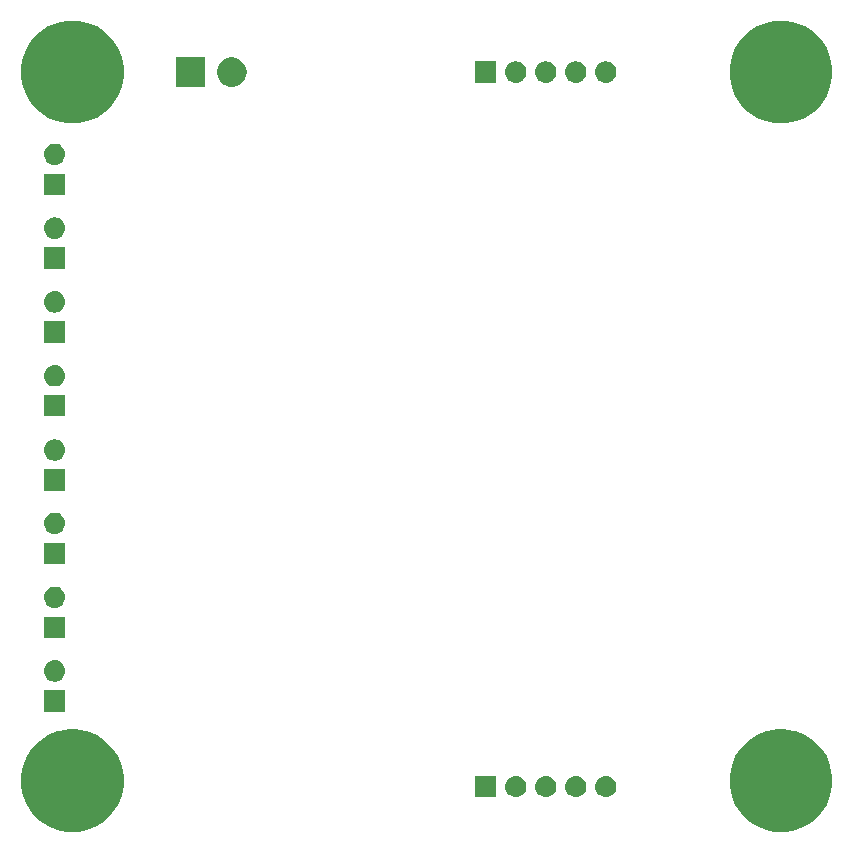
<source format=gbr>
G04 #@! TF.GenerationSoftware,KiCad,Pcbnew,(5.1.4-0-10_14)*
G04 #@! TF.CreationDate,2020-11-17T21:22:23+01:00*
G04 #@! TF.ProjectId,output_driver,6f757470-7574-45f6-9472-697665722e6b,rev?*
G04 #@! TF.SameCoordinates,Original*
G04 #@! TF.FileFunction,Soldermask,Bot*
G04 #@! TF.FilePolarity,Negative*
%FSLAX46Y46*%
G04 Gerber Fmt 4.6, Leading zero omitted, Abs format (unit mm)*
G04 Created by KiCad (PCBNEW (5.1.4-0-10_14)) date 2020-11-17 21:22:23*
%MOMM*%
%LPD*%
G04 APERTURE LIST*
%ADD10C,0.100000*%
G04 APERTURE END LIST*
D10*
G36*
X120548156Y-110672794D02*
G01*
X121269140Y-110816206D01*
X122060972Y-111144193D01*
X122773601Y-111620357D01*
X123379643Y-112226399D01*
X123855807Y-112939028D01*
X124183794Y-113730860D01*
X124351000Y-114571464D01*
X124351000Y-115428536D01*
X124183794Y-116269140D01*
X123855807Y-117060972D01*
X123379643Y-117773601D01*
X122773601Y-118379643D01*
X122060972Y-118855807D01*
X121269140Y-119183794D01*
X120548156Y-119327206D01*
X120428537Y-119351000D01*
X119571463Y-119351000D01*
X119451844Y-119327206D01*
X118730860Y-119183794D01*
X117939028Y-118855807D01*
X117226399Y-118379643D01*
X116620357Y-117773601D01*
X116144193Y-117060972D01*
X115816206Y-116269140D01*
X115649000Y-115428536D01*
X115649000Y-114571464D01*
X115816206Y-113730860D01*
X116144193Y-112939028D01*
X116620357Y-112226399D01*
X117226399Y-111620357D01*
X117939028Y-111144193D01*
X118730860Y-110816206D01*
X119451844Y-110672794D01*
X119571463Y-110649000D01*
X120428537Y-110649000D01*
X120548156Y-110672794D01*
X120548156Y-110672794D01*
G37*
G36*
X60548156Y-110672794D02*
G01*
X61269140Y-110816206D01*
X62060972Y-111144193D01*
X62773601Y-111620357D01*
X63379643Y-112226399D01*
X63855807Y-112939028D01*
X64183794Y-113730860D01*
X64351000Y-114571464D01*
X64351000Y-115428536D01*
X64183794Y-116269140D01*
X63855807Y-117060972D01*
X63379643Y-117773601D01*
X62773601Y-118379643D01*
X62060972Y-118855807D01*
X61269140Y-119183794D01*
X60548156Y-119327206D01*
X60428537Y-119351000D01*
X59571463Y-119351000D01*
X59451844Y-119327206D01*
X58730860Y-119183794D01*
X57939028Y-118855807D01*
X57226399Y-118379643D01*
X56620357Y-117773601D01*
X56144193Y-117060972D01*
X55816206Y-116269140D01*
X55649000Y-115428536D01*
X55649000Y-114571464D01*
X55816206Y-113730860D01*
X56144193Y-112939028D01*
X56620357Y-112226399D01*
X57226399Y-111620357D01*
X57939028Y-111144193D01*
X58730860Y-110816206D01*
X59451844Y-110672794D01*
X59571463Y-110649000D01*
X60428537Y-110649000D01*
X60548156Y-110672794D01*
X60548156Y-110672794D01*
G37*
G36*
X105270443Y-114605519D02*
G01*
X105336627Y-114612037D01*
X105506466Y-114663557D01*
X105662991Y-114747222D01*
X105681836Y-114762688D01*
X105800186Y-114859814D01*
X105874737Y-114950656D01*
X105912778Y-114997009D01*
X105996443Y-115153534D01*
X106047963Y-115323373D01*
X106065359Y-115500000D01*
X106047963Y-115676627D01*
X105996443Y-115846466D01*
X105912778Y-116002991D01*
X105883448Y-116038729D01*
X105800186Y-116140186D01*
X105698729Y-116223448D01*
X105662991Y-116252778D01*
X105506466Y-116336443D01*
X105336627Y-116387963D01*
X105270443Y-116394481D01*
X105204260Y-116401000D01*
X105115740Y-116401000D01*
X105049557Y-116394481D01*
X104983373Y-116387963D01*
X104813534Y-116336443D01*
X104657009Y-116252778D01*
X104621271Y-116223448D01*
X104519814Y-116140186D01*
X104436552Y-116038729D01*
X104407222Y-116002991D01*
X104323557Y-115846466D01*
X104272037Y-115676627D01*
X104254641Y-115500000D01*
X104272037Y-115323373D01*
X104323557Y-115153534D01*
X104407222Y-114997009D01*
X104445263Y-114950656D01*
X104519814Y-114859814D01*
X104638164Y-114762688D01*
X104657009Y-114747222D01*
X104813534Y-114663557D01*
X104983373Y-114612037D01*
X105049557Y-114605519D01*
X105115740Y-114599000D01*
X105204260Y-114599000D01*
X105270443Y-114605519D01*
X105270443Y-114605519D01*
G37*
G36*
X102730443Y-114605519D02*
G01*
X102796627Y-114612037D01*
X102966466Y-114663557D01*
X103122991Y-114747222D01*
X103141836Y-114762688D01*
X103260186Y-114859814D01*
X103334737Y-114950656D01*
X103372778Y-114997009D01*
X103456443Y-115153534D01*
X103507963Y-115323373D01*
X103525359Y-115500000D01*
X103507963Y-115676627D01*
X103456443Y-115846466D01*
X103372778Y-116002991D01*
X103343448Y-116038729D01*
X103260186Y-116140186D01*
X103158729Y-116223448D01*
X103122991Y-116252778D01*
X102966466Y-116336443D01*
X102796627Y-116387963D01*
X102730443Y-116394481D01*
X102664260Y-116401000D01*
X102575740Y-116401000D01*
X102509557Y-116394481D01*
X102443373Y-116387963D01*
X102273534Y-116336443D01*
X102117009Y-116252778D01*
X102081271Y-116223448D01*
X101979814Y-116140186D01*
X101896552Y-116038729D01*
X101867222Y-116002991D01*
X101783557Y-115846466D01*
X101732037Y-115676627D01*
X101714641Y-115500000D01*
X101732037Y-115323373D01*
X101783557Y-115153534D01*
X101867222Y-114997009D01*
X101905263Y-114950656D01*
X101979814Y-114859814D01*
X102098164Y-114762688D01*
X102117009Y-114747222D01*
X102273534Y-114663557D01*
X102443373Y-114612037D01*
X102509557Y-114605519D01*
X102575740Y-114599000D01*
X102664260Y-114599000D01*
X102730443Y-114605519D01*
X102730443Y-114605519D01*
G37*
G36*
X100190443Y-114605519D02*
G01*
X100256627Y-114612037D01*
X100426466Y-114663557D01*
X100582991Y-114747222D01*
X100601836Y-114762688D01*
X100720186Y-114859814D01*
X100794737Y-114950656D01*
X100832778Y-114997009D01*
X100916443Y-115153534D01*
X100967963Y-115323373D01*
X100985359Y-115500000D01*
X100967963Y-115676627D01*
X100916443Y-115846466D01*
X100832778Y-116002991D01*
X100803448Y-116038729D01*
X100720186Y-116140186D01*
X100618729Y-116223448D01*
X100582991Y-116252778D01*
X100426466Y-116336443D01*
X100256627Y-116387963D01*
X100190443Y-116394481D01*
X100124260Y-116401000D01*
X100035740Y-116401000D01*
X99969557Y-116394481D01*
X99903373Y-116387963D01*
X99733534Y-116336443D01*
X99577009Y-116252778D01*
X99541271Y-116223448D01*
X99439814Y-116140186D01*
X99356552Y-116038729D01*
X99327222Y-116002991D01*
X99243557Y-115846466D01*
X99192037Y-115676627D01*
X99174641Y-115500000D01*
X99192037Y-115323373D01*
X99243557Y-115153534D01*
X99327222Y-114997009D01*
X99365263Y-114950656D01*
X99439814Y-114859814D01*
X99558164Y-114762688D01*
X99577009Y-114747222D01*
X99733534Y-114663557D01*
X99903373Y-114612037D01*
X99969557Y-114605519D01*
X100035740Y-114599000D01*
X100124260Y-114599000D01*
X100190443Y-114605519D01*
X100190443Y-114605519D01*
G37*
G36*
X97650443Y-114605519D02*
G01*
X97716627Y-114612037D01*
X97886466Y-114663557D01*
X98042991Y-114747222D01*
X98061836Y-114762688D01*
X98180186Y-114859814D01*
X98254737Y-114950656D01*
X98292778Y-114997009D01*
X98376443Y-115153534D01*
X98427963Y-115323373D01*
X98445359Y-115500000D01*
X98427963Y-115676627D01*
X98376443Y-115846466D01*
X98292778Y-116002991D01*
X98263448Y-116038729D01*
X98180186Y-116140186D01*
X98078729Y-116223448D01*
X98042991Y-116252778D01*
X97886466Y-116336443D01*
X97716627Y-116387963D01*
X97650443Y-116394481D01*
X97584260Y-116401000D01*
X97495740Y-116401000D01*
X97429557Y-116394481D01*
X97363373Y-116387963D01*
X97193534Y-116336443D01*
X97037009Y-116252778D01*
X97001271Y-116223448D01*
X96899814Y-116140186D01*
X96816552Y-116038729D01*
X96787222Y-116002991D01*
X96703557Y-115846466D01*
X96652037Y-115676627D01*
X96634641Y-115500000D01*
X96652037Y-115323373D01*
X96703557Y-115153534D01*
X96787222Y-114997009D01*
X96825263Y-114950656D01*
X96899814Y-114859814D01*
X97018164Y-114762688D01*
X97037009Y-114747222D01*
X97193534Y-114663557D01*
X97363373Y-114612037D01*
X97429557Y-114605519D01*
X97495740Y-114599000D01*
X97584260Y-114599000D01*
X97650443Y-114605519D01*
X97650443Y-114605519D01*
G37*
G36*
X95901000Y-116401000D02*
G01*
X94099000Y-116401000D01*
X94099000Y-114599000D01*
X95901000Y-114599000D01*
X95901000Y-116401000D01*
X95901000Y-116401000D01*
G37*
G36*
X59401000Y-109151000D02*
G01*
X57599000Y-109151000D01*
X57599000Y-107349000D01*
X59401000Y-107349000D01*
X59401000Y-109151000D01*
X59401000Y-109151000D01*
G37*
G36*
X58610442Y-104815518D02*
G01*
X58676627Y-104822037D01*
X58846466Y-104873557D01*
X59002991Y-104957222D01*
X59038729Y-104986552D01*
X59140186Y-105069814D01*
X59223448Y-105171271D01*
X59252778Y-105207009D01*
X59336443Y-105363534D01*
X59387963Y-105533373D01*
X59405359Y-105710000D01*
X59387963Y-105886627D01*
X59336443Y-106056466D01*
X59252778Y-106212991D01*
X59223448Y-106248729D01*
X59140186Y-106350186D01*
X59038729Y-106433448D01*
X59002991Y-106462778D01*
X58846466Y-106546443D01*
X58676627Y-106597963D01*
X58610442Y-106604482D01*
X58544260Y-106611000D01*
X58455740Y-106611000D01*
X58389558Y-106604482D01*
X58323373Y-106597963D01*
X58153534Y-106546443D01*
X57997009Y-106462778D01*
X57961271Y-106433448D01*
X57859814Y-106350186D01*
X57776552Y-106248729D01*
X57747222Y-106212991D01*
X57663557Y-106056466D01*
X57612037Y-105886627D01*
X57594641Y-105710000D01*
X57612037Y-105533373D01*
X57663557Y-105363534D01*
X57747222Y-105207009D01*
X57776552Y-105171271D01*
X57859814Y-105069814D01*
X57961271Y-104986552D01*
X57997009Y-104957222D01*
X58153534Y-104873557D01*
X58323373Y-104822037D01*
X58389558Y-104815518D01*
X58455740Y-104809000D01*
X58544260Y-104809000D01*
X58610442Y-104815518D01*
X58610442Y-104815518D01*
G37*
G36*
X59401000Y-102901000D02*
G01*
X57599000Y-102901000D01*
X57599000Y-101099000D01*
X59401000Y-101099000D01*
X59401000Y-102901000D01*
X59401000Y-102901000D01*
G37*
G36*
X58610443Y-98565519D02*
G01*
X58676627Y-98572037D01*
X58846466Y-98623557D01*
X59002991Y-98707222D01*
X59038729Y-98736552D01*
X59140186Y-98819814D01*
X59223448Y-98921271D01*
X59252778Y-98957009D01*
X59336443Y-99113534D01*
X59387963Y-99283373D01*
X59405359Y-99460000D01*
X59387963Y-99636627D01*
X59336443Y-99806466D01*
X59252778Y-99962991D01*
X59223448Y-99998729D01*
X59140186Y-100100186D01*
X59038729Y-100183448D01*
X59002991Y-100212778D01*
X58846466Y-100296443D01*
X58676627Y-100347963D01*
X58610443Y-100354481D01*
X58544260Y-100361000D01*
X58455740Y-100361000D01*
X58389557Y-100354481D01*
X58323373Y-100347963D01*
X58153534Y-100296443D01*
X57997009Y-100212778D01*
X57961271Y-100183448D01*
X57859814Y-100100186D01*
X57776552Y-99998729D01*
X57747222Y-99962991D01*
X57663557Y-99806466D01*
X57612037Y-99636627D01*
X57594641Y-99460000D01*
X57612037Y-99283373D01*
X57663557Y-99113534D01*
X57747222Y-98957009D01*
X57776552Y-98921271D01*
X57859814Y-98819814D01*
X57961271Y-98736552D01*
X57997009Y-98707222D01*
X58153534Y-98623557D01*
X58323373Y-98572037D01*
X58389557Y-98565519D01*
X58455740Y-98559000D01*
X58544260Y-98559000D01*
X58610443Y-98565519D01*
X58610443Y-98565519D01*
G37*
G36*
X59401000Y-96651000D02*
G01*
X57599000Y-96651000D01*
X57599000Y-94849000D01*
X59401000Y-94849000D01*
X59401000Y-96651000D01*
X59401000Y-96651000D01*
G37*
G36*
X58610442Y-92315518D02*
G01*
X58676627Y-92322037D01*
X58846466Y-92373557D01*
X59002991Y-92457222D01*
X59038729Y-92486552D01*
X59140186Y-92569814D01*
X59223448Y-92671271D01*
X59252778Y-92707009D01*
X59336443Y-92863534D01*
X59387963Y-93033373D01*
X59405359Y-93210000D01*
X59387963Y-93386627D01*
X59336443Y-93556466D01*
X59252778Y-93712991D01*
X59223448Y-93748729D01*
X59140186Y-93850186D01*
X59038729Y-93933448D01*
X59002991Y-93962778D01*
X58846466Y-94046443D01*
X58676627Y-94097963D01*
X58610442Y-94104482D01*
X58544260Y-94111000D01*
X58455740Y-94111000D01*
X58389558Y-94104482D01*
X58323373Y-94097963D01*
X58153534Y-94046443D01*
X57997009Y-93962778D01*
X57961271Y-93933448D01*
X57859814Y-93850186D01*
X57776552Y-93748729D01*
X57747222Y-93712991D01*
X57663557Y-93556466D01*
X57612037Y-93386627D01*
X57594641Y-93210000D01*
X57612037Y-93033373D01*
X57663557Y-92863534D01*
X57747222Y-92707009D01*
X57776552Y-92671271D01*
X57859814Y-92569814D01*
X57961271Y-92486552D01*
X57997009Y-92457222D01*
X58153534Y-92373557D01*
X58323373Y-92322037D01*
X58389558Y-92315518D01*
X58455740Y-92309000D01*
X58544260Y-92309000D01*
X58610442Y-92315518D01*
X58610442Y-92315518D01*
G37*
G36*
X59401000Y-90441000D02*
G01*
X57599000Y-90441000D01*
X57599000Y-88639000D01*
X59401000Y-88639000D01*
X59401000Y-90441000D01*
X59401000Y-90441000D01*
G37*
G36*
X58610442Y-86105518D02*
G01*
X58676627Y-86112037D01*
X58846466Y-86163557D01*
X59002991Y-86247222D01*
X59038729Y-86276552D01*
X59140186Y-86359814D01*
X59223448Y-86461271D01*
X59252778Y-86497009D01*
X59336443Y-86653534D01*
X59387963Y-86823373D01*
X59405359Y-87000000D01*
X59387963Y-87176627D01*
X59336443Y-87346466D01*
X59252778Y-87502991D01*
X59223448Y-87538729D01*
X59140186Y-87640186D01*
X59038729Y-87723448D01*
X59002991Y-87752778D01*
X58846466Y-87836443D01*
X58676627Y-87887963D01*
X58610443Y-87894481D01*
X58544260Y-87901000D01*
X58455740Y-87901000D01*
X58389557Y-87894481D01*
X58323373Y-87887963D01*
X58153534Y-87836443D01*
X57997009Y-87752778D01*
X57961271Y-87723448D01*
X57859814Y-87640186D01*
X57776552Y-87538729D01*
X57747222Y-87502991D01*
X57663557Y-87346466D01*
X57612037Y-87176627D01*
X57594641Y-87000000D01*
X57612037Y-86823373D01*
X57663557Y-86653534D01*
X57747222Y-86497009D01*
X57776552Y-86461271D01*
X57859814Y-86359814D01*
X57961271Y-86276552D01*
X57997009Y-86247222D01*
X58153534Y-86163557D01*
X58323373Y-86112037D01*
X58389558Y-86105518D01*
X58455740Y-86099000D01*
X58544260Y-86099000D01*
X58610442Y-86105518D01*
X58610442Y-86105518D01*
G37*
G36*
X59401000Y-84151000D02*
G01*
X57599000Y-84151000D01*
X57599000Y-82349000D01*
X59401000Y-82349000D01*
X59401000Y-84151000D01*
X59401000Y-84151000D01*
G37*
G36*
X58610442Y-79815518D02*
G01*
X58676627Y-79822037D01*
X58846466Y-79873557D01*
X59002991Y-79957222D01*
X59038729Y-79986552D01*
X59140186Y-80069814D01*
X59223448Y-80171271D01*
X59252778Y-80207009D01*
X59336443Y-80363534D01*
X59387963Y-80533373D01*
X59405359Y-80710000D01*
X59387963Y-80886627D01*
X59336443Y-81056466D01*
X59252778Y-81212991D01*
X59223448Y-81248729D01*
X59140186Y-81350186D01*
X59038729Y-81433448D01*
X59002991Y-81462778D01*
X58846466Y-81546443D01*
X58676627Y-81597963D01*
X58610442Y-81604482D01*
X58544260Y-81611000D01*
X58455740Y-81611000D01*
X58389558Y-81604482D01*
X58323373Y-81597963D01*
X58153534Y-81546443D01*
X57997009Y-81462778D01*
X57961271Y-81433448D01*
X57859814Y-81350186D01*
X57776552Y-81248729D01*
X57747222Y-81212991D01*
X57663557Y-81056466D01*
X57612037Y-80886627D01*
X57594641Y-80710000D01*
X57612037Y-80533373D01*
X57663557Y-80363534D01*
X57747222Y-80207009D01*
X57776552Y-80171271D01*
X57859814Y-80069814D01*
X57961271Y-79986552D01*
X57997009Y-79957222D01*
X58153534Y-79873557D01*
X58323373Y-79822037D01*
X58389558Y-79815518D01*
X58455740Y-79809000D01*
X58544260Y-79809000D01*
X58610442Y-79815518D01*
X58610442Y-79815518D01*
G37*
G36*
X59401000Y-77901000D02*
G01*
X57599000Y-77901000D01*
X57599000Y-76099000D01*
X59401000Y-76099000D01*
X59401000Y-77901000D01*
X59401000Y-77901000D01*
G37*
G36*
X58610442Y-73565518D02*
G01*
X58676627Y-73572037D01*
X58846466Y-73623557D01*
X59002991Y-73707222D01*
X59038729Y-73736552D01*
X59140186Y-73819814D01*
X59223448Y-73921271D01*
X59252778Y-73957009D01*
X59336443Y-74113534D01*
X59387963Y-74283373D01*
X59405359Y-74460000D01*
X59387963Y-74636627D01*
X59336443Y-74806466D01*
X59252778Y-74962991D01*
X59223448Y-74998729D01*
X59140186Y-75100186D01*
X59038729Y-75183448D01*
X59002991Y-75212778D01*
X58846466Y-75296443D01*
X58676627Y-75347963D01*
X58610443Y-75354481D01*
X58544260Y-75361000D01*
X58455740Y-75361000D01*
X58389557Y-75354481D01*
X58323373Y-75347963D01*
X58153534Y-75296443D01*
X57997009Y-75212778D01*
X57961271Y-75183448D01*
X57859814Y-75100186D01*
X57776552Y-74998729D01*
X57747222Y-74962991D01*
X57663557Y-74806466D01*
X57612037Y-74636627D01*
X57594641Y-74460000D01*
X57612037Y-74283373D01*
X57663557Y-74113534D01*
X57747222Y-73957009D01*
X57776552Y-73921271D01*
X57859814Y-73819814D01*
X57961271Y-73736552D01*
X57997009Y-73707222D01*
X58153534Y-73623557D01*
X58323373Y-73572037D01*
X58389558Y-73565518D01*
X58455740Y-73559000D01*
X58544260Y-73559000D01*
X58610442Y-73565518D01*
X58610442Y-73565518D01*
G37*
G36*
X59401000Y-71651000D02*
G01*
X57599000Y-71651000D01*
X57599000Y-69849000D01*
X59401000Y-69849000D01*
X59401000Y-71651000D01*
X59401000Y-71651000D01*
G37*
G36*
X58610443Y-67315519D02*
G01*
X58676627Y-67322037D01*
X58846466Y-67373557D01*
X59002991Y-67457222D01*
X59038729Y-67486552D01*
X59140186Y-67569814D01*
X59223448Y-67671271D01*
X59252778Y-67707009D01*
X59336443Y-67863534D01*
X59387963Y-68033373D01*
X59405359Y-68210000D01*
X59387963Y-68386627D01*
X59336443Y-68556466D01*
X59252778Y-68712991D01*
X59223448Y-68748729D01*
X59140186Y-68850186D01*
X59038729Y-68933448D01*
X59002991Y-68962778D01*
X58846466Y-69046443D01*
X58676627Y-69097963D01*
X58610443Y-69104481D01*
X58544260Y-69111000D01*
X58455740Y-69111000D01*
X58389557Y-69104481D01*
X58323373Y-69097963D01*
X58153534Y-69046443D01*
X57997009Y-68962778D01*
X57961271Y-68933448D01*
X57859814Y-68850186D01*
X57776552Y-68748729D01*
X57747222Y-68712991D01*
X57663557Y-68556466D01*
X57612037Y-68386627D01*
X57594641Y-68210000D01*
X57612037Y-68033373D01*
X57663557Y-67863534D01*
X57747222Y-67707009D01*
X57776552Y-67671271D01*
X57859814Y-67569814D01*
X57961271Y-67486552D01*
X57997009Y-67457222D01*
X58153534Y-67373557D01*
X58323373Y-67322037D01*
X58389557Y-67315519D01*
X58455740Y-67309000D01*
X58544260Y-67309000D01*
X58610443Y-67315519D01*
X58610443Y-67315519D01*
G37*
G36*
X59401000Y-65401000D02*
G01*
X57599000Y-65401000D01*
X57599000Y-63599000D01*
X59401000Y-63599000D01*
X59401000Y-65401000D01*
X59401000Y-65401000D01*
G37*
G36*
X58610443Y-61065519D02*
G01*
X58676627Y-61072037D01*
X58846466Y-61123557D01*
X59002991Y-61207222D01*
X59038729Y-61236552D01*
X59140186Y-61319814D01*
X59223448Y-61421271D01*
X59252778Y-61457009D01*
X59336443Y-61613534D01*
X59387963Y-61783373D01*
X59405359Y-61960000D01*
X59387963Y-62136627D01*
X59336443Y-62306466D01*
X59252778Y-62462991D01*
X59223448Y-62498729D01*
X59140186Y-62600186D01*
X59038729Y-62683448D01*
X59002991Y-62712778D01*
X58846466Y-62796443D01*
X58676627Y-62847963D01*
X58610442Y-62854482D01*
X58544260Y-62861000D01*
X58455740Y-62861000D01*
X58389558Y-62854482D01*
X58323373Y-62847963D01*
X58153534Y-62796443D01*
X57997009Y-62712778D01*
X57961271Y-62683448D01*
X57859814Y-62600186D01*
X57776552Y-62498729D01*
X57747222Y-62462991D01*
X57663557Y-62306466D01*
X57612037Y-62136627D01*
X57594641Y-61960000D01*
X57612037Y-61783373D01*
X57663557Y-61613534D01*
X57747222Y-61457009D01*
X57776552Y-61421271D01*
X57859814Y-61319814D01*
X57961271Y-61236552D01*
X57997009Y-61207222D01*
X58153534Y-61123557D01*
X58323373Y-61072037D01*
X58389557Y-61065519D01*
X58455740Y-61059000D01*
X58544260Y-61059000D01*
X58610443Y-61065519D01*
X58610443Y-61065519D01*
G37*
G36*
X60548156Y-50672794D02*
G01*
X61269140Y-50816206D01*
X62060972Y-51144193D01*
X62773601Y-51620357D01*
X63379643Y-52226399D01*
X63855807Y-52939028D01*
X64183794Y-53730860D01*
X64351000Y-54571464D01*
X64351000Y-55428536D01*
X64183794Y-56269140D01*
X63855807Y-57060972D01*
X63379643Y-57773601D01*
X62773601Y-58379643D01*
X62060972Y-58855807D01*
X61269140Y-59183794D01*
X60548156Y-59327206D01*
X60428537Y-59351000D01*
X59571463Y-59351000D01*
X59451844Y-59327206D01*
X58730860Y-59183794D01*
X57939028Y-58855807D01*
X57226399Y-58379643D01*
X56620357Y-57773601D01*
X56144193Y-57060972D01*
X55816206Y-56269140D01*
X55649000Y-55428536D01*
X55649000Y-54571464D01*
X55816206Y-53730860D01*
X56144193Y-52939028D01*
X56620357Y-52226399D01*
X57226399Y-51620357D01*
X57939028Y-51144193D01*
X58730860Y-50816206D01*
X59451844Y-50672794D01*
X59571463Y-50649000D01*
X60428537Y-50649000D01*
X60548156Y-50672794D01*
X60548156Y-50672794D01*
G37*
G36*
X120548156Y-50672794D02*
G01*
X121269140Y-50816206D01*
X122060972Y-51144193D01*
X122773601Y-51620357D01*
X123379643Y-52226399D01*
X123855807Y-52939028D01*
X124183794Y-53730860D01*
X124351000Y-54571464D01*
X124351000Y-55428536D01*
X124183794Y-56269140D01*
X123855807Y-57060972D01*
X123379643Y-57773601D01*
X122773601Y-58379643D01*
X122060972Y-58855807D01*
X121269140Y-59183794D01*
X120548156Y-59327206D01*
X120428537Y-59351000D01*
X119571463Y-59351000D01*
X119451844Y-59327206D01*
X118730860Y-59183794D01*
X117939028Y-58855807D01*
X117226399Y-58379643D01*
X116620357Y-57773601D01*
X116144193Y-57060972D01*
X115816206Y-56269140D01*
X115649000Y-55428536D01*
X115649000Y-54571464D01*
X115816206Y-53730860D01*
X116144193Y-52939028D01*
X116620357Y-52226399D01*
X117226399Y-51620357D01*
X117939028Y-51144193D01*
X118730860Y-50816206D01*
X119451844Y-50672794D01*
X119571463Y-50649000D01*
X120428537Y-50649000D01*
X120548156Y-50672794D01*
X120548156Y-50672794D01*
G37*
G36*
X73864903Y-53797075D02*
G01*
X74092571Y-53891378D01*
X74297466Y-54028285D01*
X74471715Y-54202534D01*
X74576807Y-54359815D01*
X74608623Y-54407431D01*
X74702925Y-54635097D01*
X74751000Y-54876786D01*
X74751000Y-55123214D01*
X74740376Y-55176625D01*
X74702925Y-55364903D01*
X74608622Y-55592571D01*
X74471715Y-55797466D01*
X74297466Y-55971715D01*
X74092571Y-56108622D01*
X74092570Y-56108623D01*
X74092569Y-56108623D01*
X73864903Y-56202925D01*
X73623214Y-56251000D01*
X73376786Y-56251000D01*
X73135097Y-56202925D01*
X72907431Y-56108623D01*
X72907430Y-56108623D01*
X72907429Y-56108622D01*
X72702534Y-55971715D01*
X72528285Y-55797466D01*
X72391378Y-55592571D01*
X72297075Y-55364903D01*
X72259624Y-55176625D01*
X72249000Y-55123214D01*
X72249000Y-54876786D01*
X72297075Y-54635097D01*
X72391377Y-54407431D01*
X72423193Y-54359815D01*
X72528285Y-54202534D01*
X72702534Y-54028285D01*
X72907429Y-53891378D01*
X73135097Y-53797075D01*
X73376786Y-53749000D01*
X73623214Y-53749000D01*
X73864903Y-53797075D01*
X73864903Y-53797075D01*
G37*
G36*
X71251000Y-56251000D02*
G01*
X68749000Y-56251000D01*
X68749000Y-53749000D01*
X71251000Y-53749000D01*
X71251000Y-56251000D01*
X71251000Y-56251000D01*
G37*
G36*
X95901000Y-55901000D02*
G01*
X94099000Y-55901000D01*
X94099000Y-54099000D01*
X95901000Y-54099000D01*
X95901000Y-55901000D01*
X95901000Y-55901000D01*
G37*
G36*
X97650442Y-54105518D02*
G01*
X97716627Y-54112037D01*
X97886466Y-54163557D01*
X98042991Y-54247222D01*
X98078729Y-54276552D01*
X98180186Y-54359814D01*
X98263448Y-54461271D01*
X98292778Y-54497009D01*
X98376443Y-54653534D01*
X98427963Y-54823373D01*
X98445359Y-55000000D01*
X98427963Y-55176627D01*
X98376443Y-55346466D01*
X98292778Y-55502991D01*
X98263448Y-55538729D01*
X98180186Y-55640186D01*
X98078729Y-55723448D01*
X98042991Y-55752778D01*
X97886466Y-55836443D01*
X97716627Y-55887963D01*
X97650442Y-55894482D01*
X97584260Y-55901000D01*
X97495740Y-55901000D01*
X97429558Y-55894482D01*
X97363373Y-55887963D01*
X97193534Y-55836443D01*
X97037009Y-55752778D01*
X97001271Y-55723448D01*
X96899814Y-55640186D01*
X96816552Y-55538729D01*
X96787222Y-55502991D01*
X96703557Y-55346466D01*
X96652037Y-55176627D01*
X96634641Y-55000000D01*
X96652037Y-54823373D01*
X96703557Y-54653534D01*
X96787222Y-54497009D01*
X96816552Y-54461271D01*
X96899814Y-54359814D01*
X97001271Y-54276552D01*
X97037009Y-54247222D01*
X97193534Y-54163557D01*
X97363373Y-54112037D01*
X97429558Y-54105518D01*
X97495740Y-54099000D01*
X97584260Y-54099000D01*
X97650442Y-54105518D01*
X97650442Y-54105518D01*
G37*
G36*
X100190442Y-54105518D02*
G01*
X100256627Y-54112037D01*
X100426466Y-54163557D01*
X100582991Y-54247222D01*
X100618729Y-54276552D01*
X100720186Y-54359814D01*
X100803448Y-54461271D01*
X100832778Y-54497009D01*
X100916443Y-54653534D01*
X100967963Y-54823373D01*
X100985359Y-55000000D01*
X100967963Y-55176627D01*
X100916443Y-55346466D01*
X100832778Y-55502991D01*
X100803448Y-55538729D01*
X100720186Y-55640186D01*
X100618729Y-55723448D01*
X100582991Y-55752778D01*
X100426466Y-55836443D01*
X100256627Y-55887963D01*
X100190442Y-55894482D01*
X100124260Y-55901000D01*
X100035740Y-55901000D01*
X99969558Y-55894482D01*
X99903373Y-55887963D01*
X99733534Y-55836443D01*
X99577009Y-55752778D01*
X99541271Y-55723448D01*
X99439814Y-55640186D01*
X99356552Y-55538729D01*
X99327222Y-55502991D01*
X99243557Y-55346466D01*
X99192037Y-55176627D01*
X99174641Y-55000000D01*
X99192037Y-54823373D01*
X99243557Y-54653534D01*
X99327222Y-54497009D01*
X99356552Y-54461271D01*
X99439814Y-54359814D01*
X99541271Y-54276552D01*
X99577009Y-54247222D01*
X99733534Y-54163557D01*
X99903373Y-54112037D01*
X99969558Y-54105518D01*
X100035740Y-54099000D01*
X100124260Y-54099000D01*
X100190442Y-54105518D01*
X100190442Y-54105518D01*
G37*
G36*
X102730442Y-54105518D02*
G01*
X102796627Y-54112037D01*
X102966466Y-54163557D01*
X103122991Y-54247222D01*
X103158729Y-54276552D01*
X103260186Y-54359814D01*
X103343448Y-54461271D01*
X103372778Y-54497009D01*
X103456443Y-54653534D01*
X103507963Y-54823373D01*
X103525359Y-55000000D01*
X103507963Y-55176627D01*
X103456443Y-55346466D01*
X103372778Y-55502991D01*
X103343448Y-55538729D01*
X103260186Y-55640186D01*
X103158729Y-55723448D01*
X103122991Y-55752778D01*
X102966466Y-55836443D01*
X102796627Y-55887963D01*
X102730442Y-55894482D01*
X102664260Y-55901000D01*
X102575740Y-55901000D01*
X102509558Y-55894482D01*
X102443373Y-55887963D01*
X102273534Y-55836443D01*
X102117009Y-55752778D01*
X102081271Y-55723448D01*
X101979814Y-55640186D01*
X101896552Y-55538729D01*
X101867222Y-55502991D01*
X101783557Y-55346466D01*
X101732037Y-55176627D01*
X101714641Y-55000000D01*
X101732037Y-54823373D01*
X101783557Y-54653534D01*
X101867222Y-54497009D01*
X101896552Y-54461271D01*
X101979814Y-54359814D01*
X102081271Y-54276552D01*
X102117009Y-54247222D01*
X102273534Y-54163557D01*
X102443373Y-54112037D01*
X102509558Y-54105518D01*
X102575740Y-54099000D01*
X102664260Y-54099000D01*
X102730442Y-54105518D01*
X102730442Y-54105518D01*
G37*
G36*
X105270442Y-54105518D02*
G01*
X105336627Y-54112037D01*
X105506466Y-54163557D01*
X105662991Y-54247222D01*
X105698729Y-54276552D01*
X105800186Y-54359814D01*
X105883448Y-54461271D01*
X105912778Y-54497009D01*
X105996443Y-54653534D01*
X106047963Y-54823373D01*
X106065359Y-55000000D01*
X106047963Y-55176627D01*
X105996443Y-55346466D01*
X105912778Y-55502991D01*
X105883448Y-55538729D01*
X105800186Y-55640186D01*
X105698729Y-55723448D01*
X105662991Y-55752778D01*
X105506466Y-55836443D01*
X105336627Y-55887963D01*
X105270442Y-55894482D01*
X105204260Y-55901000D01*
X105115740Y-55901000D01*
X105049558Y-55894482D01*
X104983373Y-55887963D01*
X104813534Y-55836443D01*
X104657009Y-55752778D01*
X104621271Y-55723448D01*
X104519814Y-55640186D01*
X104436552Y-55538729D01*
X104407222Y-55502991D01*
X104323557Y-55346466D01*
X104272037Y-55176627D01*
X104254641Y-55000000D01*
X104272037Y-54823373D01*
X104323557Y-54653534D01*
X104407222Y-54497009D01*
X104436552Y-54461271D01*
X104519814Y-54359814D01*
X104621271Y-54276552D01*
X104657009Y-54247222D01*
X104813534Y-54163557D01*
X104983373Y-54112037D01*
X105049558Y-54105518D01*
X105115740Y-54099000D01*
X105204260Y-54099000D01*
X105270442Y-54105518D01*
X105270442Y-54105518D01*
G37*
M02*

</source>
